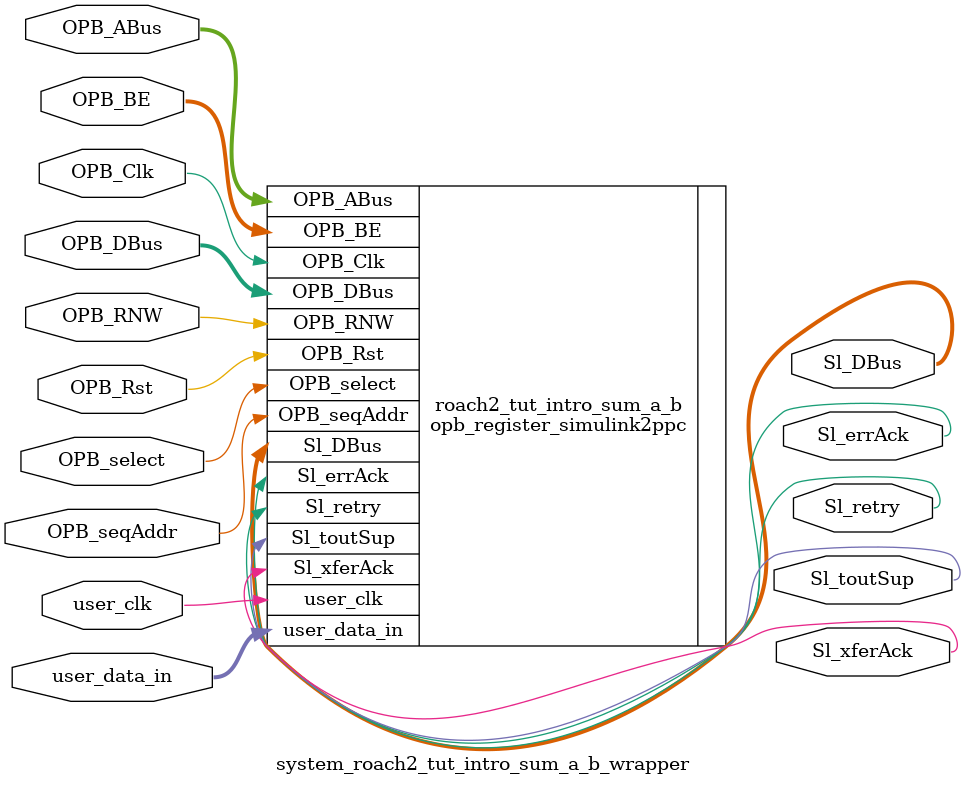
<source format=v>

module system_roach2_tut_intro_sum_a_b_wrapper
  (
    OPB_Clk,
    OPB_Rst,
    Sl_DBus,
    Sl_errAck,
    Sl_retry,
    Sl_toutSup,
    Sl_xferAck,
    OPB_ABus,
    OPB_BE,
    OPB_DBus,
    OPB_RNW,
    OPB_select,
    OPB_seqAddr,
    user_data_in,
    user_clk
  );
  input OPB_Clk;
  input OPB_Rst;
  output [0:31] Sl_DBus;
  output Sl_errAck;
  output Sl_retry;
  output Sl_toutSup;
  output Sl_xferAck;
  input [0:31] OPB_ABus;
  input [0:3] OPB_BE;
  input [0:31] OPB_DBus;
  input OPB_RNW;
  input OPB_select;
  input OPB_seqAddr;
  input [31:0] user_data_in;
  input user_clk;

  opb_register_simulink2ppc
    #(
      .C_BASEADDR ( 32'h01000400 ),
      .C_HIGHADDR ( 32'h010004FF ),
      .C_OPB_AWIDTH ( 32 ),
      .C_OPB_DWIDTH ( 32 ),
      .C_FAMILY ( "virtex6" )
    )
    roach2_tut_intro_sum_a_b (
      .OPB_Clk ( OPB_Clk ),
      .OPB_Rst ( OPB_Rst ),
      .Sl_DBus ( Sl_DBus ),
      .Sl_errAck ( Sl_errAck ),
      .Sl_retry ( Sl_retry ),
      .Sl_toutSup ( Sl_toutSup ),
      .Sl_xferAck ( Sl_xferAck ),
      .OPB_ABus ( OPB_ABus ),
      .OPB_BE ( OPB_BE ),
      .OPB_DBus ( OPB_DBus ),
      .OPB_RNW ( OPB_RNW ),
      .OPB_select ( OPB_select ),
      .OPB_seqAddr ( OPB_seqAddr ),
      .user_data_in ( user_data_in ),
      .user_clk ( user_clk )
    );

endmodule


</source>
